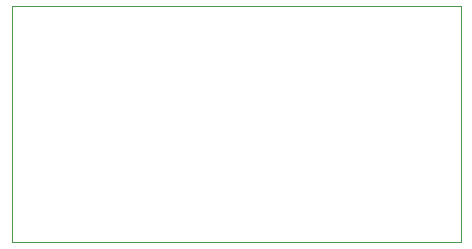
<source format=gbr>
%TF.GenerationSoftware,KiCad,Pcbnew,7.0.9*%
%TF.CreationDate,2024-01-10T16:41:44+00:00*%
%TF.ProjectId,ds_lite_tv_out_tv_side,64735f6c-6974-4655-9f74-765f6f75745f,rev?*%
%TF.SameCoordinates,Original*%
%TF.FileFunction,Profile,NP*%
%FSLAX46Y46*%
G04 Gerber Fmt 4.6, Leading zero omitted, Abs format (unit mm)*
G04 Created by KiCad (PCBNEW 7.0.9) date 2024-01-10 16:41:44*
%MOMM*%
%LPD*%
G01*
G04 APERTURE LIST*
%TA.AperFunction,Profile*%
%ADD10C,0.100000*%
%TD*%
G04 APERTURE END LIST*
D10*
X133030000Y-84080000D02*
X171030000Y-84080000D01*
X171030000Y-104080000D01*
X133030000Y-104080000D01*
X133030000Y-84080000D01*
M02*

</source>
